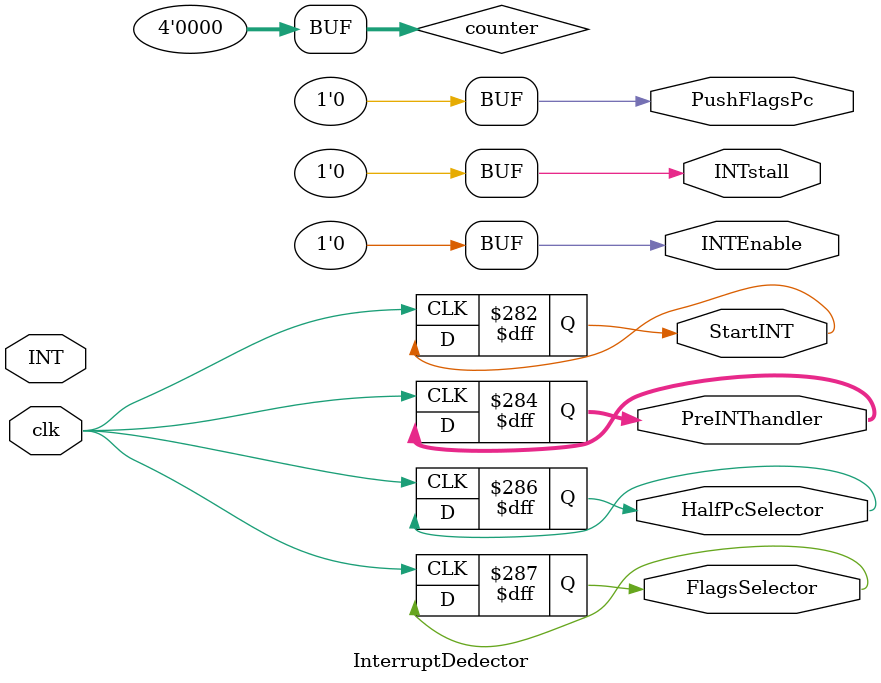
<source format=v>


module InterruptDedector(
    input clk,
    input INT,
    output reg StartINT,
    output reg INTEnable,
    output reg [15:0] PreINThandler,
    output reg INTstall,
    output reg HalfPcSelector,
    output reg FlagsSelector,
    output reg PushFlagsPc
);

    reg [3:0] counter;
    assign counter = 0;
    assign INTstall = 0;
    assign INTEnable = 0;
    assign PushFlagsPc = 0;

    always @(posedge clk) begin

        counter = counter + 1;

        if (INTstall == 1 & counter == 4) begin
            INTEnable = 1;
            PreINThandler = 16'b010_000_011_011_0000; //Push R3
            HalfPcSelector = 0;
            FlagsSelector = 0;
            PushFlagsPc = 1;
        end
        else if (INTstall == 1 & counter == 7) begin
            HalfPcSelector = 1;
            PreINThandler = 16'bxxxxxxxxxxxxxxxx;
        end
        else if (INTstall == 1 & counter == 8) begin
            HalfPcSelector = 0;
        end
        else if (INTstall == 1 & counter == 9) begin
            FlagsSelector = 1;
        end
        else if (INTstall == 1 & counter == 10) begin
            INTstall = 0;
            INTEnable = 0;
            StartINT = 1;
            PushFlagsPc = 0;
        end
        else if (counter == 11 & StartINT == 1) begin
            StartINT = 0;
        end
        if (INT == 1 & INTstall == 0) begin
            counter = 0;
            INTstall = 1;
        end
   end

endmodule
</source>
